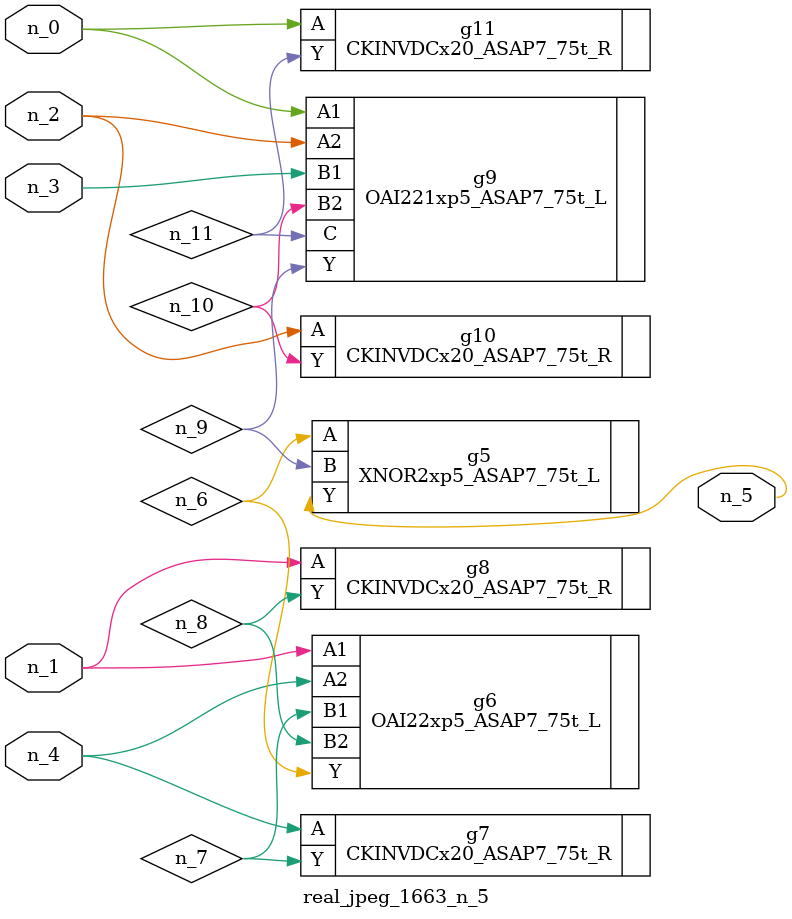
<source format=v>
module real_jpeg_1663_n_5 (n_4, n_0, n_1, n_2, n_3, n_5);

input n_4;
input n_0;
input n_1;
input n_2;
input n_3;

output n_5;

wire n_8;
wire n_11;
wire n_6;
wire n_7;
wire n_10;
wire n_9;

OAI221xp5_ASAP7_75t_L g9 ( 
.A1(n_0),
.A2(n_2),
.B1(n_3),
.B2(n_10),
.C(n_11),
.Y(n_9)
);

CKINVDCx20_ASAP7_75t_R g11 ( 
.A(n_0),
.Y(n_11)
);

OAI22xp5_ASAP7_75t_L g6 ( 
.A1(n_1),
.A2(n_4),
.B1(n_7),
.B2(n_8),
.Y(n_6)
);

CKINVDCx20_ASAP7_75t_R g8 ( 
.A(n_1),
.Y(n_8)
);

CKINVDCx20_ASAP7_75t_R g10 ( 
.A(n_2),
.Y(n_10)
);

CKINVDCx20_ASAP7_75t_R g7 ( 
.A(n_4),
.Y(n_7)
);

XNOR2xp5_ASAP7_75t_L g5 ( 
.A(n_6),
.B(n_9),
.Y(n_5)
);


endmodule
</source>
